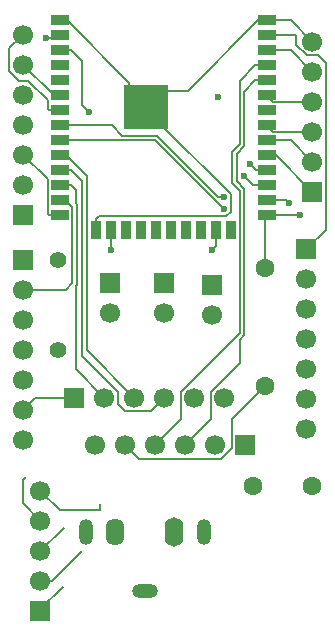
<source format=gbr>
%TF.GenerationSoftware,KiCad,Pcbnew,9.0.7*%
%TF.CreationDate,2026-02-12T01:51:18+01:00*%
%TF.ProjectId,ESP_catphones,4553505f-6361-4747-9068-6f6e65732e6b,rev?*%
%TF.SameCoordinates,Original*%
%TF.FileFunction,Copper,L1,Top*%
%TF.FilePolarity,Positive*%
%FSLAX46Y46*%
G04 Gerber Fmt 4.6, Leading zero omitted, Abs format (unit mm)*
G04 Created by KiCad (PCBNEW 9.0.7) date 2026-02-12 01:51:18*
%MOMM*%
%LPD*%
G01*
G04 APERTURE LIST*
%TA.AperFunction,ComponentPad*%
%ADD10O,1.600000X2.500000*%
%TD*%
%TA.AperFunction,ComponentPad*%
%ADD11O,1.200000X2.200000*%
%TD*%
%TA.AperFunction,ComponentPad*%
%ADD12O,2.200000X1.200000*%
%TD*%
%TA.AperFunction,ComponentPad*%
%ADD13O,1.600000X2.300000*%
%TD*%
%TA.AperFunction,ComponentPad*%
%ADD14C,1.700000*%
%TD*%
%TA.AperFunction,ComponentPad*%
%ADD15R,1.700000X1.700000*%
%TD*%
%TA.AperFunction,SMDPad,CuDef*%
%ADD16R,0.900000X0.900000*%
%TD*%
%TA.AperFunction,HeatsinkPad*%
%ADD17C,0.600000*%
%TD*%
%TA.AperFunction,HeatsinkPad*%
%ADD18R,3.800000X3.800000*%
%TD*%
%TA.AperFunction,SMDPad,CuDef*%
%ADD19R,1.500000X0.900000*%
%TD*%
%TA.AperFunction,SMDPad,CuDef*%
%ADD20R,0.900000X1.500000*%
%TD*%
%TA.AperFunction,ComponentPad*%
%ADD21C,1.600000*%
%TD*%
%TA.AperFunction,ComponentPad*%
%ADD22C,1.400000*%
%TD*%
%TA.AperFunction,ViaPad*%
%ADD23C,0.600000*%
%TD*%
%TA.AperFunction,Conductor*%
%ADD24C,0.200000*%
%TD*%
G04 APERTURE END LIST*
D10*
%TO.P,J10,TN*%
%TO.N,N/C*%
X27835413Y-60369717D03*
D11*
%TO.P,J10,T*%
%TO.N,Net-(J11-Pin_4)*%
X30335413Y-60369717D03*
D12*
%TO.P,J10,S*%
%TO.N,Net-(J11-Pin_1)*%
X25335413Y-65369717D03*
D13*
%TO.P,J10,RN*%
%TO.N,N/C*%
X22835413Y-60369717D03*
D11*
%TO.P,J10,R*%
X20335413Y-60369717D03*
%TD*%
D14*
%TO.P,J8,6,Pin_6*%
%TO.N,GND*%
X39500000Y-18840000D03*
%TO.P,J8,5,Pin_5*%
%TO.N,Net-(J8-Pin_5)*%
X39500000Y-21380000D03*
%TO.P,J8,4,Pin_4*%
%TO.N,Net-(J8-Pin_4)*%
X39500000Y-23920000D03*
%TO.P,J8,3,Pin_3*%
%TO.N,Net-(J8-Pin_3)*%
X39500000Y-26460000D03*
%TO.P,J8,2,Pin_2*%
%TO.N,Net-(J8-Pin_2)*%
X39500000Y-29000000D03*
D15*
%TO.P,J8,1,Pin_1*%
%TO.N,Net-(J8-Pin_1)*%
X39500000Y-31540000D03*
%TD*%
D14*
%TO.P,J7,7,Pin_7*%
%TO.N,+3V3*%
X15000000Y-52580000D03*
%TO.P,J7,6,Pin_6*%
%TO.N,GND*%
X15000000Y-50040000D03*
%TO.P,J7,5,Pin_5*%
%TO.N,unconnected-(J7-Pin_5-Pad5)*%
X15000000Y-47500000D03*
%TO.P,J7,4,Pin_4*%
%TO.N,unconnected-(J7-Pin_4-Pad4)*%
X15000000Y-44960000D03*
%TO.P,J7,3,Pin_3*%
%TO.N,Net-(J7-Pin_3)*%
X15000000Y-42420000D03*
%TO.P,J7,2,Pin_2*%
%TO.N,Net-(J7-Pin_2)*%
X15000000Y-39880000D03*
D15*
%TO.P,J7,1,Pin_1*%
%TO.N,Net-(J7-Pin_1)*%
X15000000Y-37340000D03*
%TD*%
D16*
%TO.P,U1,39,GND*%
%TO.N,GND*%
X26800000Y-25800000D03*
D17*
X26800000Y-25100000D03*
D16*
X26800000Y-24400000D03*
D17*
X26800000Y-23700000D03*
D16*
X26800000Y-23000000D03*
D17*
X26100000Y-25800000D03*
X26100000Y-24400000D03*
X26100000Y-23000000D03*
D16*
X25400000Y-25800000D03*
D17*
X25400000Y-25100000D03*
D18*
X25400000Y-24400000D03*
D16*
X25400000Y-24400000D03*
D17*
X25400000Y-23700000D03*
D16*
X25400000Y-23000000D03*
D17*
X24700000Y-25800000D03*
X24700000Y-24400000D03*
X24700000Y-23000000D03*
D16*
X24000000Y-25800000D03*
D17*
X24000000Y-25100000D03*
D16*
X24000000Y-24400000D03*
D17*
X24000000Y-23700000D03*
D16*
X24000000Y-23000000D03*
D19*
%TO.P,U1,38,GND*%
X35650000Y-17060000D03*
%TO.P,U1,37,IO23*%
%TO.N,Net-(J6-Pin_1)*%
X35650000Y-18330000D03*
%TO.P,U1,36,IO22*%
%TO.N,Net-(J8-Pin_5)*%
X35650000Y-19600000D03*
%TO.P,U1,35,TXD0/IO1*%
%TO.N,Net-(J1-Pin_4)*%
X35650000Y-20870000D03*
%TO.P,U1,34,RXD0/IO3*%
%TO.N,Net-(J1-Pin_3)*%
X35650000Y-22140000D03*
%TO.P,U1,33,IO21*%
%TO.N,Net-(J8-Pin_4)*%
X35650000Y-23410000D03*
%TO.P,U1,32,NC*%
%TO.N,unconnected-(U1-NC-Pad32)*%
X35650000Y-24680000D03*
%TO.P,U1,31,IO19*%
%TO.N,Net-(J8-Pin_3)*%
X35650000Y-25950000D03*
%TO.P,U1,30,IO18*%
%TO.N,Net-(J8-Pin_2)*%
X35650000Y-27220000D03*
%TO.P,U1,29,IO5*%
%TO.N,Net-(J8-Pin_1)*%
X35650000Y-28490000D03*
%TO.P,U1,28,IO17*%
%TO.N,Net-(J9-Pin_5)*%
X35650000Y-29760000D03*
%TO.P,U1,27,IO16*%
%TO.N,Net-(J9-Pin_4)*%
X35650000Y-31030000D03*
%TO.P,U1,26,IO4*%
%TO.N,Net-(J9-Pin_2)*%
X35650000Y-32300000D03*
%TO.P,U1,25,IO0*%
%TO.N,Net-(U1-EN)*%
X35650000Y-33570000D03*
D20*
%TO.P,U1,24,IO2*%
%TO.N,Net-(J9-Pin_1)*%
X32615000Y-34820000D03*
%TO.P,U1,23,IO15*%
%TO.N,Net-(J7-Pin_3)*%
X31345000Y-34820000D03*
%TO.P,U1,22,NC*%
%TO.N,unconnected-(U1-NC-Pad22)*%
X30075000Y-34820000D03*
%TO.P,U1,21,NC*%
%TO.N,unconnected-(U1-NC-Pad21)*%
X28805000Y-34820000D03*
%TO.P,U1,20,NC*%
%TO.N,unconnected-(U1-NC-Pad20)*%
X27535000Y-34820000D03*
%TO.P,U1,19,NC*%
%TO.N,unconnected-(U1-NC-Pad19)*%
X26265000Y-34820000D03*
%TO.P,U1,18,NC*%
%TO.N,unconnected-(U1-NC-Pad18)*%
X24995000Y-34820000D03*
%TO.P,U1,17,NC*%
%TO.N,unconnected-(U1-NC-Pad17)*%
X23725000Y-34820000D03*
%TO.P,U1,16,IO13*%
%TO.N,Net-(J7-Pin_1)*%
X22455000Y-34820000D03*
%TO.P,U1,15,GND*%
%TO.N,GND*%
X21185000Y-34820000D03*
D19*
%TO.P,U1,14,IO12*%
%TO.N,Net-(J9-Pin_3)*%
X18150000Y-33570000D03*
%TO.P,U1,13,IO14*%
%TO.N,Net-(J7-Pin_2)*%
X18150000Y-32300000D03*
%TO.P,U1,12,IO27*%
%TO.N,Net-(J5-Pin_2)*%
X18150000Y-31030000D03*
%TO.P,U1,11,IO26*%
%TO.N,Net-(J5-Pin_4)*%
X18150000Y-29760000D03*
%TO.P,U1,10,IO25*%
%TO.N,Net-(J5-Pin_3)*%
X18150000Y-28490000D03*
%TO.P,U1,9,IO33*%
%TO.N,Net-(J6-Pin_3)*%
X18150000Y-27220000D03*
%TO.P,U1,8,IO32*%
%TO.N,Net-(J6-Pin_2)*%
X18150000Y-25950000D03*
%TO.P,U1,7,IO35*%
%TO.N,Net-(J9-Pin_7)*%
X18150000Y-24680000D03*
%TO.P,U1,6,IO34*%
%TO.N,Net-(J9-Pin_6)*%
X18150000Y-23410000D03*
%TO.P,U1,5,SENSOR_VN*%
%TO.N,unconnected-(U1-SENSOR_VN-Pad5)*%
X18150000Y-22140000D03*
%TO.P,U1,4,SENSOR_VP*%
%TO.N,unconnected-(U1-SENSOR_VP-Pad4)*%
X18150000Y-20870000D03*
%TO.P,U1,3,EN*%
%TO.N,Net-(U1-EN)*%
X18150000Y-19600000D03*
%TO.P,U1,2,VDD*%
%TO.N,+3V3*%
X18150000Y-18330000D03*
%TO.P,U1,1,GND*%
%TO.N,GND*%
X18150000Y-17060000D03*
%TD*%
D15*
%TO.P,J2,1,Pin_1*%
%TO.N,GND*%
X31000000Y-39460000D03*
D14*
%TO.P,J2,2,Pin_2*%
X31000000Y-42000000D03*
%TD*%
D21*
%TO.P,C1,1*%
%TO.N,Net-(J1-Pin_5)*%
X35500000Y-48000000D03*
%TO.P,C1,2*%
%TO.N,Net-(U1-EN)*%
X35500000Y-38000000D03*
%TD*%
D15*
%TO.P,J4,1,Pin_1*%
%TO.N,+5V*%
X26960000Y-39250000D03*
D14*
%TO.P,J4,2,Pin_2*%
X26960000Y-41790000D03*
%TD*%
D15*
%TO.P,J6,1,Pin_1*%
%TO.N,Net-(J6-Pin_1)*%
X39000000Y-36420000D03*
D14*
%TO.P,J6,2,Pin_2*%
%TO.N,Net-(J6-Pin_2)*%
X39000000Y-38960000D03*
%TO.P,J6,3,Pin_3*%
%TO.N,Net-(J6-Pin_3)*%
X39000000Y-41500000D03*
%TO.P,J6,4,Pin_4*%
%TO.N,unconnected-(J6-Pin_4-Pad4)*%
X39000000Y-44040000D03*
%TO.P,J6,5,Pin_5*%
%TO.N,unconnected-(J6-Pin_5-Pad5)*%
X39000000Y-46580000D03*
%TO.P,J6,6,Pin_6*%
%TO.N,GND*%
X39000000Y-49120000D03*
%TO.P,J6,7,Pin_7*%
%TO.N,+3V3*%
X39000000Y-51660000D03*
%TD*%
D15*
%TO.P,J5,1,Pin_1*%
%TO.N,GND*%
X19380000Y-49000000D03*
D14*
%TO.P,J5,2,Pin_2*%
%TO.N,Net-(J5-Pin_2)*%
X21920000Y-49000000D03*
%TO.P,J5,3,Pin_3*%
%TO.N,Net-(J5-Pin_3)*%
X24460000Y-49000000D03*
%TO.P,J5,4,Pin_4*%
%TO.N,Net-(J5-Pin_4)*%
X27000000Y-49000000D03*
%TO.P,J5,5,Pin_5*%
%TO.N,GND*%
X29540000Y-49000000D03*
%TO.P,J5,6,Pin_6*%
%TO.N,+5V*%
X32080000Y-49000000D03*
%TD*%
D22*
%TO.P,R1,1*%
%TO.N,+3V3*%
X18000000Y-45000000D03*
%TO.P,R1,2*%
%TO.N,Net-(U1-EN)*%
X18000000Y-37380000D03*
%TD*%
D15*
%TO.P,J3,1,Pin_1*%
%TO.N,+3V3*%
X22370000Y-39250000D03*
D14*
%TO.P,J3,2,Pin_2*%
X22370000Y-41790000D03*
%TD*%
D15*
%TO.P,J9,1,Pin_1*%
%TO.N,Net-(J9-Pin_1)*%
X15000000Y-33500000D03*
D14*
%TO.P,J9,2,Pin_2*%
%TO.N,Net-(J9-Pin_2)*%
X15000000Y-30960000D03*
%TO.P,J9,3,Pin_3*%
%TO.N,Net-(J9-Pin_3)*%
X15000000Y-28420000D03*
%TO.P,J9,4,Pin_4*%
%TO.N,Net-(J9-Pin_4)*%
X15000000Y-25880000D03*
%TO.P,J9,5,Pin_5*%
%TO.N,Net-(J9-Pin_5)*%
X15000000Y-23340000D03*
%TO.P,J9,6,Pin_6*%
%TO.N,Net-(J9-Pin_6)*%
X15000000Y-20800000D03*
%TO.P,J9,7,Pin_7*%
%TO.N,Net-(J9-Pin_7)*%
X15000000Y-18260000D03*
%TD*%
D15*
%TO.P,J1,1,Pin_1*%
%TO.N,GND*%
X33850000Y-53000000D03*
D14*
%TO.P,J1,2,Pin_2*%
%TO.N,+5V*%
X31310000Y-53000000D03*
%TO.P,J1,3,Pin_3*%
%TO.N,Net-(J1-Pin_3)*%
X28770000Y-53000000D03*
%TO.P,J1,4,Pin_4*%
%TO.N,Net-(J1-Pin_4)*%
X26230000Y-53000000D03*
%TO.P,J1,5,Pin_5*%
%TO.N,Net-(J1-Pin_5)*%
X23690000Y-53000000D03*
%TO.P,J1,6,Pin_6*%
%TO.N,+3V3*%
X21150000Y-53000000D03*
%TD*%
D21*
%TO.P,C2,1*%
%TO.N,+3V3*%
X34500000Y-56500000D03*
%TO.P,C2,2*%
%TO.N,GND*%
X39500000Y-56500000D03*
%TD*%
D15*
%TO.P,J11,1,Pin_1*%
%TO.N,Net-(J11-Pin_1)*%
X16500000Y-67040000D03*
D14*
%TO.P,J11,2,Pin_2*%
%TO.N,N/C*%
X16500000Y-64500000D03*
%TO.P,J11,3,Pin_3*%
X16500000Y-61960000D03*
%TO.P,J11,4,Pin_4*%
%TO.N,Net-(J11-Pin_4)*%
X16500000Y-59420000D03*
%TO.P,J11,5,Pin_5*%
%TO.N,N/C*%
X16500000Y-56880000D03*
%TD*%
D23*
%TO.N,Net-(J9-Pin_4)*%
X33750000Y-30250000D03*
%TO.N,Net-(J9-Pin_5)*%
X34250000Y-29250000D03*
%TO.N,Net-(J9-Pin_4)*%
X31500000Y-23500000D03*
%TO.N,Net-(U1-EN)*%
X38500000Y-33500000D03*
%TO.N,+3V3*%
X17000000Y-18500000D03*
%TO.N,Net-(U1-EN)*%
X20612307Y-24806932D03*
%TO.N,Net-(J7-Pin_3)*%
X31000000Y-36500000D03*
%TO.N,Net-(J7-Pin_1)*%
X22500000Y-36500000D03*
%TO.N,Net-(J9-Pin_2)*%
X37500000Y-32500000D03*
%TO.N,Net-(J6-Pin_3)*%
X32000000Y-33000000D03*
%TO.N,Net-(J6-Pin_2)*%
X32000000Y-32000000D03*
%TD*%
D24*
%TO.N,*%
X18460000Y-60000000D02*
X16500000Y-61960000D01*
X21500000Y-58500000D02*
X18120000Y-58500000D01*
X18120000Y-58500000D02*
X16500000Y-56880000D01*
%TO.N,Net-(J11-Pin_4)*%
X15000000Y-57920000D02*
X16500000Y-59420000D01*
X15271000Y-55729000D02*
X15000000Y-56000000D01*
X15000000Y-56000000D02*
X15000000Y-57920000D01*
%TO.N,Net-(J11-Pin_1)*%
X18399000Y-65000000D02*
X16500000Y-66899000D01*
%TO.N,Net-(J1-Pin_5)*%
X23690000Y-53000000D02*
X24841000Y-54151000D01*
X24841000Y-54151000D02*
X31786760Y-54151000D01*
X32699000Y-53238760D02*
X32699000Y-50801000D01*
X32699000Y-50801000D02*
X35500000Y-48000000D01*
X31786760Y-54151000D02*
X32699000Y-53238760D01*
%TO.N,Net-(J1-Pin_4)*%
X28389000Y-50841000D02*
X26230000Y-53000000D01*
X32700000Y-28168629D02*
X32700000Y-30831371D01*
X33366000Y-22204000D02*
X33366000Y-27502629D01*
X32700000Y-30831371D02*
X33366000Y-31497371D01*
%TO.N,Net-(J1-Pin_3)*%
X34700000Y-22140000D02*
X33766000Y-23074000D01*
X33366000Y-46086240D02*
X30929000Y-48523240D01*
%TO.N,Net-(J1-Pin_4)*%
X34700000Y-20870000D02*
X33366000Y-22204000D01*
X33366000Y-27502629D02*
X32700000Y-28168629D01*
%TO.N,Net-(J1-Pin_3)*%
X30929000Y-50841000D02*
X28770000Y-53000000D01*
%TO.N,Net-(J1-Pin_4)*%
X33366000Y-31497371D02*
X33366000Y-43546240D01*
%TO.N,Net-(J1-Pin_3)*%
X33366000Y-44111926D02*
X33366000Y-46086240D01*
%TO.N,Net-(J1-Pin_4)*%
X33366000Y-43546240D02*
X28389000Y-48523240D01*
%TO.N,Net-(J1-Pin_3)*%
X35650000Y-22140000D02*
X34700000Y-22140000D01*
X33100000Y-28334314D02*
X33100000Y-30665685D01*
%TO.N,Net-(J9-Pin_4)*%
X35650000Y-31030000D02*
X34530000Y-31030000D01*
%TO.N,Net-(J1-Pin_3)*%
X33766000Y-31331685D02*
X33766000Y-43711926D01*
%TO.N,Net-(J1-Pin_4)*%
X35650000Y-20870000D02*
X34700000Y-20870000D01*
%TO.N,Net-(J1-Pin_3)*%
X33100000Y-30665685D02*
X33766000Y-31331685D01*
X33766000Y-27668314D02*
X33100000Y-28334314D01*
X33766000Y-23074000D02*
X33766000Y-27668314D01*
%TO.N,Net-(J1-Pin_4)*%
X28389000Y-48523240D02*
X28389000Y-50841000D01*
%TO.N,Net-(J1-Pin_3)*%
X33766000Y-43711926D02*
X33366000Y-44111926D01*
X30929000Y-48523240D02*
X30929000Y-50841000D01*
%TO.N,Net-(J9-Pin_4)*%
X34530000Y-31030000D02*
X33750000Y-30250000D01*
%TO.N,Net-(J9-Pin_5)*%
X34760000Y-29760000D02*
X34250000Y-29250000D01*
X35650000Y-29760000D02*
X34760000Y-29760000D01*
%TO.N,Net-(U1-EN)*%
X35650000Y-33570000D02*
X38430000Y-33570000D01*
X38430000Y-33570000D02*
X38500000Y-33500000D01*
%TO.N,+3V3*%
X17000000Y-18500000D02*
X17980000Y-18500000D01*
X17980000Y-18500000D02*
X18150000Y-18330000D01*
%TO.N,Net-(U1-EN)*%
X19100000Y-19600000D02*
X20000000Y-20500000D01*
X20000000Y-24194625D02*
X20612307Y-24806932D01*
X18150000Y-19600000D02*
X19100000Y-19600000D01*
X20000000Y-20500000D02*
X20000000Y-24194625D01*
%TO.N,Net-(J7-Pin_3)*%
X31345000Y-34820000D02*
X31345000Y-36155000D01*
X31345000Y-36155000D02*
X31000000Y-36500000D01*
%TO.N,Net-(J7-Pin_1)*%
X22455000Y-34820000D02*
X22455000Y-36455000D01*
X22455000Y-36455000D02*
X22500000Y-36500000D01*
%TO.N,Net-(J9-Pin_2)*%
X35650000Y-32300000D02*
X37300000Y-32300000D01*
X37300000Y-32300000D02*
X37500000Y-32500000D01*
%TO.N,GND*%
X35650000Y-17060000D02*
X37720000Y-17060000D01*
X37720000Y-17060000D02*
X39500000Y-18840000D01*
%TO.N,Net-(J6-Pin_1)*%
X39000000Y-36420000D02*
X40651000Y-34769000D01*
X40651000Y-34769000D02*
X40651000Y-20651000D01*
X40651000Y-20651000D02*
X40000000Y-20000000D01*
X40000000Y-20000000D02*
X39032240Y-20000000D01*
X39032240Y-20000000D02*
X38170000Y-19137760D01*
X38170000Y-19137760D02*
X38170000Y-18330000D01*
X38170000Y-18330000D02*
X35650000Y-18330000D01*
%TO.N,GND*%
X21185000Y-34820000D02*
X21185000Y-34500000D01*
X24000000Y-25800000D02*
X26649943Y-25800000D01*
X26649943Y-25800000D02*
X32601000Y-31751057D01*
X32601000Y-31751057D02*
X32601000Y-33248943D01*
X21454000Y-33601000D02*
X21185000Y-33870000D01*
X21185000Y-33870000D02*
X21185000Y-34820000D01*
X32601000Y-33248943D02*
X32248943Y-33601000D01*
X32248943Y-33601000D02*
X21454000Y-33601000D01*
X35650000Y-17060000D02*
X34940000Y-17060000D01*
X29000000Y-23000000D02*
X26800000Y-23000000D01*
X34940000Y-17060000D02*
X29000000Y-23000000D01*
%TO.N,Net-(J9-Pin_7)*%
X15000000Y-18260000D02*
X13849000Y-19411000D01*
X13849000Y-19411000D02*
X13849000Y-21349000D01*
X15476760Y-22189000D02*
X17099000Y-23811240D01*
X13849000Y-21349000D02*
X14689000Y-22189000D01*
X17099000Y-23811240D02*
X17099000Y-24579000D01*
X14689000Y-22189000D02*
X15476760Y-22189000D01*
X17099000Y-24579000D02*
X17200000Y-24680000D01*
X17200000Y-24680000D02*
X18150000Y-24680000D01*
%TO.N,Net-(J9-Pin_3)*%
X15000000Y-28420000D02*
X17099000Y-30519000D01*
X17200000Y-33570000D02*
X18150000Y-33570000D01*
X17099000Y-30519000D02*
X17099000Y-33469000D01*
X17099000Y-33469000D02*
X17200000Y-33570000D01*
%TO.N,Net-(J9-Pin_2)*%
X15000000Y-30960000D02*
X15000000Y-31000000D01*
%TO.N,Net-(J5-Pin_4)*%
X20001000Y-32487628D02*
X20000000Y-32486629D01*
%TO.N,Net-(J5-Pin_2)*%
X19100000Y-31030000D02*
X18150000Y-31030000D01*
%TO.N,Net-(J5-Pin_4)*%
X20000000Y-45452240D02*
X20000000Y-39631371D01*
X20000000Y-30660000D02*
X19100000Y-29760000D01*
X27000000Y-49000000D02*
X25849000Y-50151000D01*
X23071000Y-49571000D02*
X23071000Y-48523240D01*
X25849000Y-50151000D02*
X23651000Y-50151000D01*
%TO.N,Net-(J5-Pin_2)*%
X19601000Y-32653314D02*
X19500000Y-32552314D01*
%TO.N,Net-(J7-Pin_2)*%
X19201000Y-32819000D02*
X19201000Y-39299000D01*
%TO.N,Net-(J5-Pin_2)*%
X19500000Y-32552314D02*
X19500000Y-31430000D01*
%TO.N,Net-(J5-Pin_4)*%
X20000000Y-32486629D02*
X20000000Y-30660000D01*
%TO.N,Net-(J5-Pin_2)*%
X19500000Y-46580000D02*
X19500000Y-39565685D01*
%TO.N,Net-(J5-Pin_4)*%
X20001000Y-39630370D02*
X20001000Y-32487628D01*
%TO.N,Net-(J5-Pin_2)*%
X19500000Y-39565685D02*
X19601000Y-39464685D01*
%TO.N,Net-(J5-Pin_4)*%
X23071000Y-48523240D02*
X20000000Y-45452240D01*
X23651000Y-50151000D02*
X23071000Y-49571000D01*
%TO.N,Net-(J5-Pin_2)*%
X19500000Y-31430000D02*
X19100000Y-31030000D01*
X19601000Y-39464685D02*
X19601000Y-32653314D01*
X21920000Y-49000000D02*
X19500000Y-46580000D01*
%TO.N,Net-(J5-Pin_4)*%
X19100000Y-29760000D02*
X18150000Y-29760000D01*
X20000000Y-39631371D02*
X20001000Y-39630370D01*
%TO.N,Net-(J7-Pin_2)*%
X18150000Y-32300000D02*
X18682000Y-32300000D01*
X18682000Y-32300000D02*
X19201000Y-32819000D01*
X19201000Y-39299000D02*
X18620000Y-39880000D01*
X18620000Y-39880000D02*
X15000000Y-39880000D01*
%TO.N,Net-(J5-Pin_3)*%
X18150000Y-28490000D02*
X18682000Y-28490000D01*
X18682000Y-28490000D02*
X20434000Y-30242000D01*
X20434000Y-44974000D02*
X24460000Y-49000000D01*
X20434000Y-30242000D02*
X20434000Y-44974000D01*
%TO.N,Net-(J6-Pin_2)*%
X31565686Y-32000000D02*
X32000000Y-32000000D01*
X26385686Y-26820000D02*
X31565686Y-32000000D01*
X23385686Y-26820000D02*
X26385686Y-26820000D01*
X22515686Y-25950000D02*
X23385686Y-26820000D01*
%TO.N,Net-(J6-Pin_3)*%
X18150000Y-27220000D02*
X26220000Y-27220000D01*
%TO.N,Net-(J6-Pin_2)*%
X18150000Y-25950000D02*
X22515686Y-25950000D01*
%TO.N,Net-(J6-Pin_3)*%
X26220000Y-27220000D02*
X32000000Y-33000000D01*
%TO.N,Net-(J9-Pin_6)*%
X18150000Y-23410000D02*
X17610000Y-23410000D01*
X17610000Y-23410000D02*
X15000000Y-20800000D01*
%TO.N,Net-(U1-EN)*%
X18000000Y-37380000D02*
X18000000Y-37500000D01*
%TO.N,Net-(J9-Pin_6)*%
X15000000Y-21000000D02*
X15000000Y-20800000D01*
%TO.N,GND*%
X31000000Y-39460000D02*
X30540000Y-39460000D01*
X30540000Y-39460000D02*
X30500000Y-39500000D01*
%TO.N,Net-(U1-EN)*%
X35500000Y-38000000D02*
X35500000Y-33720000D01*
X35500000Y-33720000D02*
X35650000Y-33570000D01*
%TO.N,Net-(J9-Pin_5)*%
X14500000Y-23500000D02*
X14500000Y-23380000D01*
%TO.N,GND*%
X24000000Y-25100000D02*
X24000000Y-25800000D01*
X24000000Y-23700000D02*
X25400000Y-23700000D01*
X24700000Y-24400000D02*
X24700000Y-23000000D01*
X25400000Y-23700000D02*
X25400000Y-24400000D01*
X26100000Y-25800000D02*
X26100000Y-24400000D01*
X24000000Y-25100000D02*
X24000000Y-24400000D01*
X24700000Y-25800000D02*
X24700000Y-24400000D01*
X25400000Y-24400000D02*
X24000000Y-25800000D01*
X26100000Y-24400000D02*
X26100000Y-23000000D01*
X26800000Y-23700000D02*
X25400000Y-23700000D01*
X25400000Y-23000000D02*
X26800000Y-23000000D01*
X24000000Y-23000000D02*
X24000000Y-22350000D01*
X18710000Y-17060000D02*
X18150000Y-17060000D01*
X24000000Y-22350000D02*
X18710000Y-17060000D01*
X25400000Y-23000000D02*
X24000000Y-23000000D01*
X25400000Y-23000000D02*
X25400000Y-23700000D01*
X24000000Y-24400000D02*
X24000000Y-23000000D01*
X25400000Y-24400000D02*
X24000000Y-24400000D01*
X25400000Y-25800000D02*
X25400000Y-24400000D01*
X26800000Y-25800000D02*
X25400000Y-25800000D01*
X26800000Y-25800000D02*
X26800000Y-24400000D01*
X26800000Y-23000000D02*
X26800000Y-24400000D01*
%TO.N,Net-(J8-Pin_1)*%
X39500000Y-31540000D02*
X36450000Y-28490000D01*
X36450000Y-28490000D02*
X35650000Y-28490000D01*
%TO.N,Net-(J8-Pin_2)*%
X39500000Y-29000000D02*
X37720000Y-27220000D01*
X37720000Y-27220000D02*
X35650000Y-27220000D01*
%TO.N,Net-(J8-Pin_3)*%
X39500000Y-26460000D02*
X36160000Y-26460000D01*
X36160000Y-26460000D02*
X35650000Y-25950000D01*
%TO.N,Net-(J8-Pin_4)*%
X39500000Y-23920000D02*
X36160000Y-23920000D01*
X36160000Y-23920000D02*
X35650000Y-23410000D01*
%TO.N,Net-(J8-Pin_5)*%
X39500000Y-21380000D02*
X37720000Y-19600000D01*
X37720000Y-19600000D02*
X35650000Y-19600000D01*
%TO.N,Net-(J9-Pin_3)*%
X14500000Y-28460000D02*
X14500000Y-28500000D01*
%TO.N,*%
X21500000Y-58000000D02*
X21500000Y-58500000D01*
%TO.N,GND*%
X33850000Y-53000000D02*
X33540000Y-53000000D01*
%TO.N,unconnected-(J7-Pin_4-Pad4)*%
X14500000Y-45040000D02*
X14500000Y-45000000D01*
%TO.N,Net-(J7-Pin_2)*%
X14500000Y-39960000D02*
X14500000Y-40000000D01*
%TO.N,GND*%
X15000000Y-50040000D02*
X16040000Y-49000000D01*
X16040000Y-49000000D02*
X19380000Y-49000000D01*
%TO.N,*%
X17500000Y-64500000D02*
X20000000Y-62000000D01*
X16500000Y-64500000D02*
X17500000Y-64500000D01*
%TD*%
M02*

</source>
